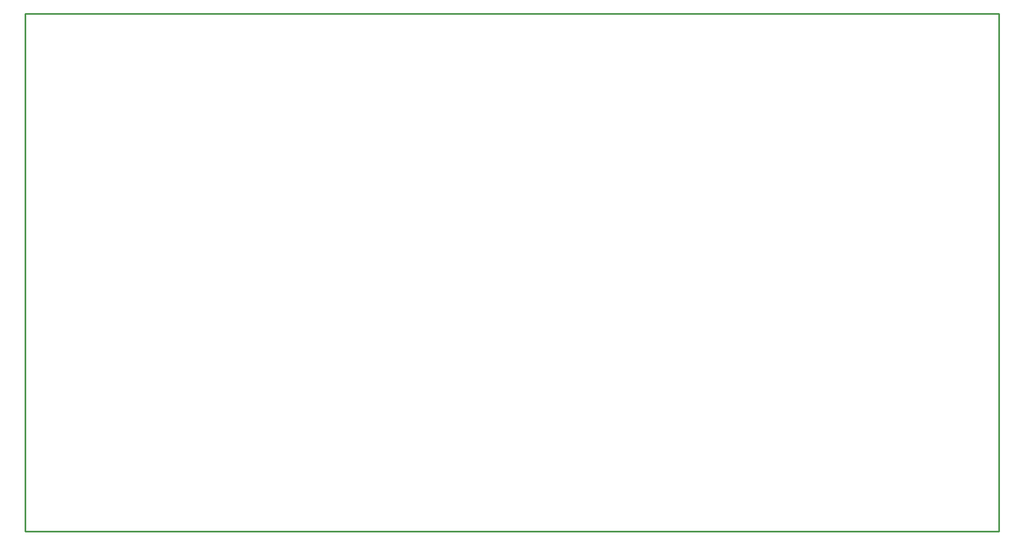
<source format=gbr>
G75*
G71*
%MOMM*%
%OFA0B0*%
%FSLAX53Y53*%
%IPPOS*%
%LPD*%
%ADD10C,0.25000*%
D10*
X0000000Y0000000D02*
X0000000Y0080260D01*
X0150870Y0080260D01*
X0150870Y0000000D01*
X0000000Y0000000D01*
M02*

</source>
